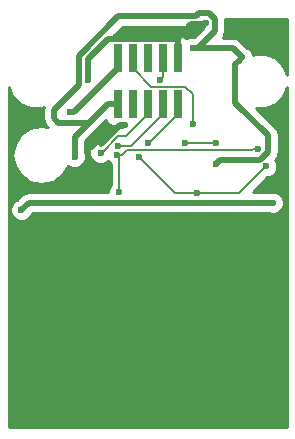
<source format=gbr>
G04 #@! TF.FileFunction,Copper,L2,Bot,Signal*
%FSLAX46Y46*%
G04 Gerber Fmt 4.6, Leading zero omitted, Abs format (unit mm)*
G04 Created by KiCad (PCBNEW 4.0.4-stable) date Sunday, February 04, 2018 'PMt' 04:47:57 PM*
%MOMM*%
%LPD*%
G01*
G04 APERTURE LIST*
%ADD10C,0.100000*%
%ADD11R,0.740000X2.400000*%
%ADD12C,0.600000*%
%ADD13C,0.500000*%
%ADD14C,0.180000*%
%ADD15C,0.254000*%
G04 APERTURE END LIST*
D10*
D11*
X97460000Y-98050000D03*
X97460000Y-101950000D03*
X98730000Y-98050000D03*
X98730000Y-101950000D03*
X100000000Y-98050000D03*
X100000000Y-101950000D03*
X101270000Y-98050000D03*
X101270000Y-101950000D03*
X102540000Y-98050000D03*
X102540000Y-101950000D03*
D12*
X90100000Y-119000000D03*
X95200000Y-105600000D03*
X98100000Y-103700000D03*
X94900000Y-99900000D03*
X107800000Y-94969989D03*
X104900000Y-95100000D03*
X102500000Y-119100000D03*
X97500000Y-118900000D03*
X105800000Y-107000000D03*
X93800000Y-106400000D03*
X108000000Y-98000000D03*
X103800000Y-97200000D03*
X110600000Y-110300000D03*
X89300000Y-110900000D03*
X93400000Y-102600000D03*
X103800000Y-103600000D03*
X95996716Y-106050010D03*
X97517258Y-105456569D03*
X101072750Y-99869989D03*
X100000000Y-105209990D03*
X97393289Y-106246917D03*
X109360038Y-105779287D03*
X97600000Y-109400000D03*
X104155680Y-109499996D03*
X110034541Y-107226124D03*
X99218407Y-106449999D03*
X105800000Y-105209990D03*
X103119085Y-105209990D03*
D13*
X90100000Y-119000000D02*
X97400000Y-119000000D01*
X97400000Y-119000000D02*
X97500000Y-118900000D01*
X96375736Y-105000000D02*
X96075736Y-105300000D01*
X97675736Y-103700000D02*
X96375736Y-105000000D01*
X96375736Y-105000000D02*
X95800000Y-105000000D01*
X95800000Y-105000000D02*
X95200000Y-105600000D01*
X98100000Y-103700000D02*
X97675736Y-103700000D01*
X96600001Y-96399999D02*
X94900000Y-98100000D01*
X94900000Y-98100000D02*
X94900000Y-99900000D01*
X102540000Y-98050000D02*
X102540000Y-96600000D01*
X102540000Y-96600000D02*
X102339999Y-96399999D01*
X102540000Y-96600000D02*
X102540000Y-96350000D01*
X102339999Y-96399999D02*
X96600001Y-96399999D01*
X104800000Y-95200000D02*
X104900000Y-95100000D01*
X104400000Y-95200000D02*
X104800000Y-95200000D01*
X103690000Y-95200000D02*
X104400000Y-95200000D01*
X102540000Y-96350000D02*
X103690000Y-95200000D01*
X102500000Y-119100000D02*
X97700000Y-119100000D01*
X97700000Y-119100000D02*
X97500000Y-118900000D01*
X103800000Y-97200000D02*
X104224264Y-97200000D01*
X105650002Y-94739998D02*
X105158191Y-94248187D01*
X105158191Y-94248187D02*
X104302228Y-94248187D01*
X104302228Y-94248187D02*
X104050426Y-94499989D01*
X104050426Y-94499989D02*
X97510047Y-94499989D01*
X104224264Y-97200000D02*
X105650002Y-95774262D01*
X105650002Y-95774262D02*
X105650002Y-94739998D01*
X97510047Y-94499989D02*
X94149998Y-97860038D01*
X94149998Y-97860038D02*
X94149998Y-100307540D01*
X94149998Y-100307540D02*
X92041884Y-102415654D01*
X92041884Y-103135658D02*
X92431884Y-103525658D01*
X92431884Y-103525658D02*
X95014342Y-103525658D01*
X95014342Y-103525658D02*
X96590000Y-101950000D01*
X92041884Y-102415654D02*
X92041884Y-103135658D01*
X110200000Y-104600000D02*
X107424999Y-101824999D01*
X107424999Y-101824999D02*
X107424999Y-98575001D01*
X107424999Y-98575001D02*
X107700001Y-98299999D01*
X107700001Y-98299999D02*
X108000000Y-98000000D01*
X110200000Y-106000000D02*
X110200000Y-104600000D01*
X109499999Y-106700001D02*
X110200000Y-106000000D01*
X106099999Y-106700001D02*
X109499999Y-106700001D01*
X105800000Y-107000000D02*
X106099999Y-106700001D01*
X97460000Y-101950000D02*
X96590000Y-101950000D01*
X96590000Y-101950000D02*
X93800000Y-104740000D01*
X93800000Y-104740000D02*
X93800000Y-106400000D01*
X103800000Y-97200000D02*
X107200000Y-97200000D01*
X107200000Y-97200000D02*
X108000000Y-98000000D01*
X89300000Y-110900000D02*
X89900000Y-110300000D01*
X89900000Y-110300000D02*
X110000000Y-110300000D01*
X110000000Y-110300000D02*
X110600000Y-110300000D01*
X97460000Y-98050000D02*
X97460000Y-98880000D01*
X97460000Y-98880000D02*
X93740000Y-102600000D01*
X93740000Y-102600000D02*
X93400000Y-102600000D01*
D14*
X98730000Y-98050000D02*
X98730000Y-98880000D01*
X100309999Y-100459999D02*
X103142001Y-100459999D01*
X103142001Y-100459999D02*
X103800000Y-101117998D01*
X103800000Y-101117998D02*
X103800000Y-103175736D01*
X103800000Y-103175736D02*
X103800000Y-103600000D01*
X98730000Y-98880000D02*
X100309999Y-100459999D01*
X96089416Y-106050010D02*
X95996716Y-106050010D01*
X97499415Y-104640011D02*
X96089416Y-106050010D01*
X98139989Y-104640011D02*
X97499415Y-104640011D01*
X100000000Y-102780000D02*
X98139989Y-104640011D01*
X100000000Y-101950000D02*
X100000000Y-102780000D01*
X101270000Y-101950000D02*
X101270000Y-102780000D01*
X101270000Y-102780000D02*
X98593431Y-105456569D01*
X98593431Y-105456569D02*
X97941522Y-105456569D01*
X97941522Y-105456569D02*
X97517258Y-105456569D01*
X101270000Y-99672739D02*
X101072750Y-99869989D01*
X101270000Y-98050000D02*
X101270000Y-99672739D01*
X100110010Y-105209990D02*
X100000000Y-105209990D01*
X102540000Y-101950000D02*
X102540000Y-102780000D01*
X102540000Y-102780000D02*
X100110010Y-105209990D01*
X97600000Y-106453628D02*
X97393289Y-106246917D01*
X109360038Y-105779287D02*
X108935774Y-105779287D01*
X108935774Y-105779287D02*
X108864414Y-105850647D01*
X108864414Y-105850647D02*
X98213823Y-105850647D01*
X98213823Y-105850647D02*
X97817553Y-106246917D01*
X97817553Y-106246917D02*
X97393289Y-106246917D01*
X97600000Y-109400000D02*
X97600000Y-106453628D01*
X104579944Y-109499996D02*
X104155680Y-109499996D01*
X102268404Y-109499996D02*
X103731416Y-109499996D01*
X103731416Y-109499996D02*
X104155680Y-109499996D01*
X99218407Y-106449999D02*
X102268404Y-109499996D01*
X107760669Y-109499996D02*
X104579944Y-109499996D01*
X110034541Y-107226124D02*
X107760669Y-109499996D01*
X105800000Y-105209990D02*
X103119085Y-105209990D01*
D15*
G36*
X88536742Y-101292658D02*
X89178961Y-101935999D01*
X90018491Y-102284603D01*
X90927521Y-102285396D01*
X91205653Y-102170474D01*
X91156883Y-102415654D01*
X91156884Y-102415659D01*
X91156884Y-103135653D01*
X91156883Y-103135658D01*
X91207912Y-103392192D01*
X91224251Y-103474333D01*
X91317633Y-103614090D01*
X91416094Y-103761448D01*
X91555053Y-103900407D01*
X91000000Y-103790000D01*
X90058599Y-103977256D01*
X89260517Y-104510517D01*
X88727256Y-105308599D01*
X88540000Y-106250000D01*
X88727256Y-107191401D01*
X89260517Y-107989483D01*
X90058599Y-108522744D01*
X91000000Y-108710000D01*
X91941401Y-108522744D01*
X92739483Y-107989483D01*
X93271663Y-107193018D01*
X93613201Y-107334838D01*
X93985167Y-107335162D01*
X94328943Y-107193117D01*
X94592192Y-106930327D01*
X94734838Y-106586799D01*
X94735162Y-106214833D01*
X94685000Y-106093431D01*
X94685000Y-105106580D01*
X96474078Y-103317502D01*
X96486838Y-103385317D01*
X96625910Y-103601441D01*
X96838110Y-103746431D01*
X97090000Y-103797440D01*
X97830000Y-103797440D01*
X97986750Y-103767945D01*
X97839685Y-103915011D01*
X97499415Y-103915011D01*
X97221969Y-103970198D01*
X96986763Y-104127358D01*
X95999110Y-105115011D01*
X95811549Y-105114848D01*
X95467773Y-105256893D01*
X95204524Y-105519683D01*
X95061878Y-105863211D01*
X95061554Y-106235177D01*
X95203599Y-106578953D01*
X95466389Y-106842202D01*
X95809917Y-106984848D01*
X96181883Y-106985172D01*
X96525659Y-106843127D01*
X96598090Y-106770822D01*
X96600172Y-106775860D01*
X96862962Y-107039109D01*
X96875000Y-107044108D01*
X96875000Y-108802598D01*
X96807808Y-108869673D01*
X96665162Y-109213201D01*
X96664986Y-109415000D01*
X89900005Y-109415000D01*
X89900000Y-109414999D01*
X89561325Y-109482367D01*
X89274210Y-109674210D01*
X89274208Y-109674213D01*
X88891165Y-110057256D01*
X88771057Y-110106883D01*
X88507808Y-110369673D01*
X88365162Y-110713201D01*
X88364838Y-111085167D01*
X88506883Y-111428943D01*
X88769673Y-111692192D01*
X89113201Y-111834838D01*
X89485167Y-111835162D01*
X89828943Y-111693117D01*
X90092192Y-111430327D01*
X90142566Y-111309014D01*
X90266579Y-111185000D01*
X110293178Y-111185000D01*
X110413201Y-111234838D01*
X110785167Y-111235162D01*
X111128943Y-111093117D01*
X111392192Y-110830327D01*
X111534838Y-110486799D01*
X111535162Y-110114833D01*
X111393117Y-109771057D01*
X111130327Y-109507808D01*
X110786799Y-109365162D01*
X110414833Y-109364838D01*
X110293431Y-109415000D01*
X108870969Y-109415000D01*
X110124767Y-108161203D01*
X110219708Y-108161286D01*
X110563484Y-108019241D01*
X110826733Y-107756451D01*
X110969379Y-107412923D01*
X110969703Y-107040957D01*
X110827658Y-106697181D01*
X110791060Y-106660519D01*
X110825787Y-106625792D01*
X110825790Y-106625790D01*
X111017633Y-106338675D01*
X111042267Y-106214833D01*
X111085001Y-106000000D01*
X111085000Y-105999995D01*
X111085000Y-104600005D01*
X111085001Y-104600000D01*
X111017633Y-104261326D01*
X111017633Y-104261325D01*
X110825790Y-103974210D01*
X110825787Y-103974208D01*
X109136242Y-102284662D01*
X109977521Y-102285396D01*
X110817658Y-101938258D01*
X111460999Y-101296039D01*
X111790000Y-100503718D01*
X111790000Y-129290000D01*
X88210000Y-129290000D01*
X88210000Y-100501883D01*
X88536742Y-101292658D01*
X88536742Y-101292658D01*
G37*
X88536742Y-101292658D02*
X89178961Y-101935999D01*
X90018491Y-102284603D01*
X90927521Y-102285396D01*
X91205653Y-102170474D01*
X91156883Y-102415654D01*
X91156884Y-102415659D01*
X91156884Y-103135653D01*
X91156883Y-103135658D01*
X91207912Y-103392192D01*
X91224251Y-103474333D01*
X91317633Y-103614090D01*
X91416094Y-103761448D01*
X91555053Y-103900407D01*
X91000000Y-103790000D01*
X90058599Y-103977256D01*
X89260517Y-104510517D01*
X88727256Y-105308599D01*
X88540000Y-106250000D01*
X88727256Y-107191401D01*
X89260517Y-107989483D01*
X90058599Y-108522744D01*
X91000000Y-108710000D01*
X91941401Y-108522744D01*
X92739483Y-107989483D01*
X93271663Y-107193018D01*
X93613201Y-107334838D01*
X93985167Y-107335162D01*
X94328943Y-107193117D01*
X94592192Y-106930327D01*
X94734838Y-106586799D01*
X94735162Y-106214833D01*
X94685000Y-106093431D01*
X94685000Y-105106580D01*
X96474078Y-103317502D01*
X96486838Y-103385317D01*
X96625910Y-103601441D01*
X96838110Y-103746431D01*
X97090000Y-103797440D01*
X97830000Y-103797440D01*
X97986750Y-103767945D01*
X97839685Y-103915011D01*
X97499415Y-103915011D01*
X97221969Y-103970198D01*
X96986763Y-104127358D01*
X95999110Y-105115011D01*
X95811549Y-105114848D01*
X95467773Y-105256893D01*
X95204524Y-105519683D01*
X95061878Y-105863211D01*
X95061554Y-106235177D01*
X95203599Y-106578953D01*
X95466389Y-106842202D01*
X95809917Y-106984848D01*
X96181883Y-106985172D01*
X96525659Y-106843127D01*
X96598090Y-106770822D01*
X96600172Y-106775860D01*
X96862962Y-107039109D01*
X96875000Y-107044108D01*
X96875000Y-108802598D01*
X96807808Y-108869673D01*
X96665162Y-109213201D01*
X96664986Y-109415000D01*
X89900005Y-109415000D01*
X89900000Y-109414999D01*
X89561325Y-109482367D01*
X89274210Y-109674210D01*
X89274208Y-109674213D01*
X88891165Y-110057256D01*
X88771057Y-110106883D01*
X88507808Y-110369673D01*
X88365162Y-110713201D01*
X88364838Y-111085167D01*
X88506883Y-111428943D01*
X88769673Y-111692192D01*
X89113201Y-111834838D01*
X89485167Y-111835162D01*
X89828943Y-111693117D01*
X90092192Y-111430327D01*
X90142566Y-111309014D01*
X90266579Y-111185000D01*
X110293178Y-111185000D01*
X110413201Y-111234838D01*
X110785167Y-111235162D01*
X111128943Y-111093117D01*
X111392192Y-110830327D01*
X111534838Y-110486799D01*
X111535162Y-110114833D01*
X111393117Y-109771057D01*
X111130327Y-109507808D01*
X110786799Y-109365162D01*
X110414833Y-109364838D01*
X110293431Y-109415000D01*
X108870969Y-109415000D01*
X110124767Y-108161203D01*
X110219708Y-108161286D01*
X110563484Y-108019241D01*
X110826733Y-107756451D01*
X110969379Y-107412923D01*
X110969703Y-107040957D01*
X110827658Y-106697181D01*
X110791060Y-106660519D01*
X110825787Y-106625792D01*
X110825790Y-106625790D01*
X111017633Y-106338675D01*
X111042267Y-106214833D01*
X111085001Y-106000000D01*
X111085000Y-105999995D01*
X111085000Y-104600005D01*
X111085001Y-104600000D01*
X111017633Y-104261326D01*
X111017633Y-104261325D01*
X110825790Y-103974210D01*
X110825787Y-103974208D01*
X109136242Y-102284662D01*
X109977521Y-102285396D01*
X110817658Y-101938258D01*
X111460999Y-101296039D01*
X111790000Y-100503718D01*
X111790000Y-129290000D01*
X88210000Y-129290000D01*
X88210000Y-100501883D01*
X88536742Y-101292658D01*
G36*
X111790000Y-99498117D02*
X111463258Y-98707342D01*
X110821039Y-98064001D01*
X109981509Y-97715397D01*
X109072479Y-97714604D01*
X108919813Y-97777685D01*
X108793117Y-97471057D01*
X108530327Y-97207808D01*
X108409013Y-97157434D01*
X107825790Y-96574210D01*
X107576750Y-96407808D01*
X107538675Y-96382367D01*
X107482484Y-96371190D01*
X107200000Y-96314999D01*
X107199995Y-96315000D01*
X106332622Y-96315000D01*
X106467635Y-96112937D01*
X106478812Y-96056746D01*
X106535003Y-95774262D01*
X106535002Y-95774257D01*
X106535002Y-94740003D01*
X106535003Y-94739998D01*
X106529036Y-94710000D01*
X111790000Y-94710000D01*
X111790000Y-99498117D01*
X111790000Y-99498117D01*
G37*
X111790000Y-99498117D02*
X111463258Y-98707342D01*
X110821039Y-98064001D01*
X109981509Y-97715397D01*
X109072479Y-97714604D01*
X108919813Y-97777685D01*
X108793117Y-97471057D01*
X108530327Y-97207808D01*
X108409013Y-97157434D01*
X107825790Y-96574210D01*
X107576750Y-96407808D01*
X107538675Y-96382367D01*
X107482484Y-96371190D01*
X107200000Y-96314999D01*
X107199995Y-96315000D01*
X106332622Y-96315000D01*
X106467635Y-96112937D01*
X106478812Y-96056746D01*
X106535003Y-95774262D01*
X106535002Y-95774257D01*
X106535002Y-94740003D01*
X106535003Y-94739998D01*
X106529036Y-94710000D01*
X111790000Y-94710000D01*
X111790000Y-99498117D01*
G36*
X104765002Y-95407683D02*
X103907591Y-96265093D01*
X103614833Y-96264838D01*
X103337468Y-96379443D01*
X103269699Y-96311673D01*
X103036310Y-96215000D01*
X102825750Y-96215000D01*
X102667000Y-96373750D01*
X102667000Y-97923000D01*
X102687000Y-97923000D01*
X102687000Y-98177000D01*
X102667000Y-98177000D01*
X102667000Y-98197000D01*
X102413000Y-98197000D01*
X102413000Y-98177000D01*
X102393000Y-98177000D01*
X102393000Y-97923000D01*
X102413000Y-97923000D01*
X102413000Y-96373750D01*
X102254250Y-96215000D01*
X102043690Y-96215000D01*
X101914039Y-96268703D01*
X101891890Y-96253569D01*
X101640000Y-96202560D01*
X100900000Y-96202560D01*
X100664683Y-96246838D01*
X100637572Y-96264284D01*
X100621890Y-96253569D01*
X100370000Y-96202560D01*
X99630000Y-96202560D01*
X99394683Y-96246838D01*
X99367572Y-96264284D01*
X99351890Y-96253569D01*
X99100000Y-96202560D01*
X98360000Y-96202560D01*
X98124683Y-96246838D01*
X98097572Y-96264284D01*
X98081890Y-96253569D01*
X97830000Y-96202560D01*
X97090000Y-96202560D01*
X97051883Y-96209732D01*
X97876626Y-95384989D01*
X104050421Y-95384989D01*
X104050426Y-95384990D01*
X104332910Y-95328799D01*
X104389101Y-95317622D01*
X104665129Y-95133187D01*
X104765002Y-95133187D01*
X104765002Y-95407683D01*
X104765002Y-95407683D01*
G37*
X104765002Y-95407683D02*
X103907591Y-96265093D01*
X103614833Y-96264838D01*
X103337468Y-96379443D01*
X103269699Y-96311673D01*
X103036310Y-96215000D01*
X102825750Y-96215000D01*
X102667000Y-96373750D01*
X102667000Y-97923000D01*
X102687000Y-97923000D01*
X102687000Y-98177000D01*
X102667000Y-98177000D01*
X102667000Y-98197000D01*
X102413000Y-98197000D01*
X102413000Y-98177000D01*
X102393000Y-98177000D01*
X102393000Y-97923000D01*
X102413000Y-97923000D01*
X102413000Y-96373750D01*
X102254250Y-96215000D01*
X102043690Y-96215000D01*
X101914039Y-96268703D01*
X101891890Y-96253569D01*
X101640000Y-96202560D01*
X100900000Y-96202560D01*
X100664683Y-96246838D01*
X100637572Y-96264284D01*
X100621890Y-96253569D01*
X100370000Y-96202560D01*
X99630000Y-96202560D01*
X99394683Y-96246838D01*
X99367572Y-96264284D01*
X99351890Y-96253569D01*
X99100000Y-96202560D01*
X98360000Y-96202560D01*
X98124683Y-96246838D01*
X98097572Y-96264284D01*
X98081890Y-96253569D01*
X97830000Y-96202560D01*
X97090000Y-96202560D01*
X97051883Y-96209732D01*
X97876626Y-95384989D01*
X104050421Y-95384989D01*
X104050426Y-95384990D01*
X104332910Y-95328799D01*
X104389101Y-95317622D01*
X104665129Y-95133187D01*
X104765002Y-95133187D01*
X104765002Y-95407683D01*
M02*

</source>
